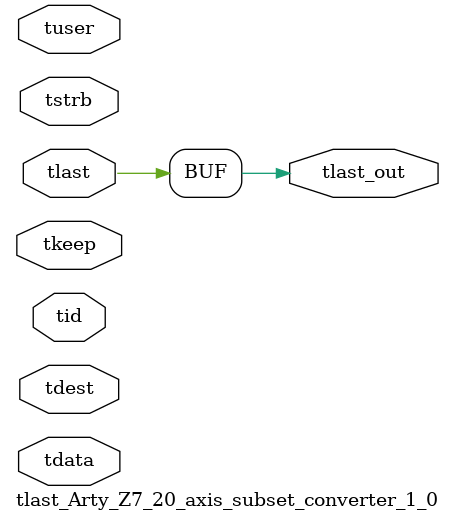
<source format=v>


`timescale 1ps/1ps

module tlast_Arty_Z7_20_axis_subset_converter_1_0 #
(
parameter C_S_AXIS_TID_WIDTH   = 1,
parameter C_S_AXIS_TUSER_WIDTH = 0,
parameter C_S_AXIS_TDATA_WIDTH = 0,
parameter C_S_AXIS_TDEST_WIDTH = 0
)
(
input  [(C_S_AXIS_TID_WIDTH   == 0 ? 1 : C_S_AXIS_TID_WIDTH)-1:0       ] tid,
input  [(C_S_AXIS_TDATA_WIDTH == 0 ? 1 : C_S_AXIS_TDATA_WIDTH)-1:0     ] tdata,
input  [(C_S_AXIS_TUSER_WIDTH == 0 ? 1 : C_S_AXIS_TUSER_WIDTH)-1:0     ] tuser,
input  [(C_S_AXIS_TDEST_WIDTH == 0 ? 1 : C_S_AXIS_TDEST_WIDTH)-1:0     ] tdest,
input  [(C_S_AXIS_TDATA_WIDTH/8)-1:0 ] tkeep,
input  [(C_S_AXIS_TDATA_WIDTH/8)-1:0 ] tstrb,
input  [0:0]                                                             tlast,
output                                                                   tlast_out
);

assign tlast_out = {tlast[0]};

endmodule


</source>
